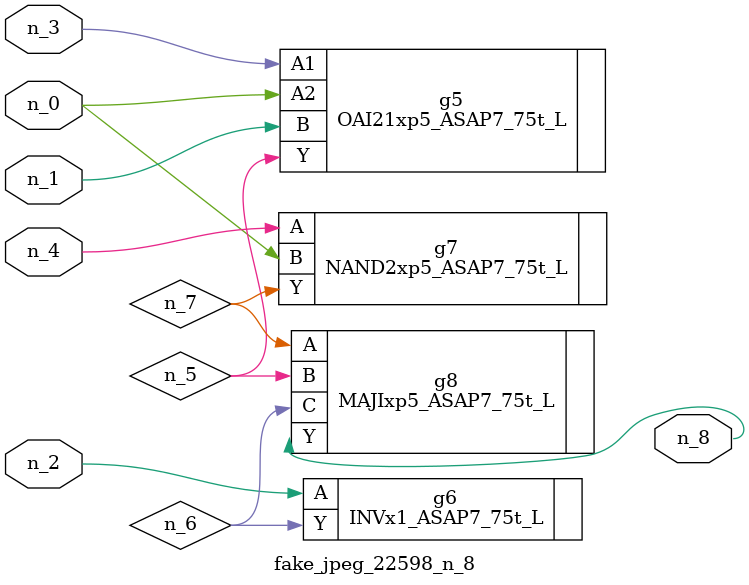
<source format=v>
module fake_jpeg_22598_n_8 (n_3, n_2, n_1, n_0, n_4, n_8);

input n_3;
input n_2;
input n_1;
input n_0;
input n_4;

output n_8;

wire n_6;
wire n_5;
wire n_7;

OAI21xp5_ASAP7_75t_L g5 ( 
.A1(n_3),
.A2(n_0),
.B(n_1),
.Y(n_5)
);

INVx1_ASAP7_75t_L g6 ( 
.A(n_2),
.Y(n_6)
);

NAND2xp5_ASAP7_75t_L g7 ( 
.A(n_4),
.B(n_0),
.Y(n_7)
);

MAJIxp5_ASAP7_75t_L g8 ( 
.A(n_7),
.B(n_5),
.C(n_6),
.Y(n_8)
);


endmodule
</source>
